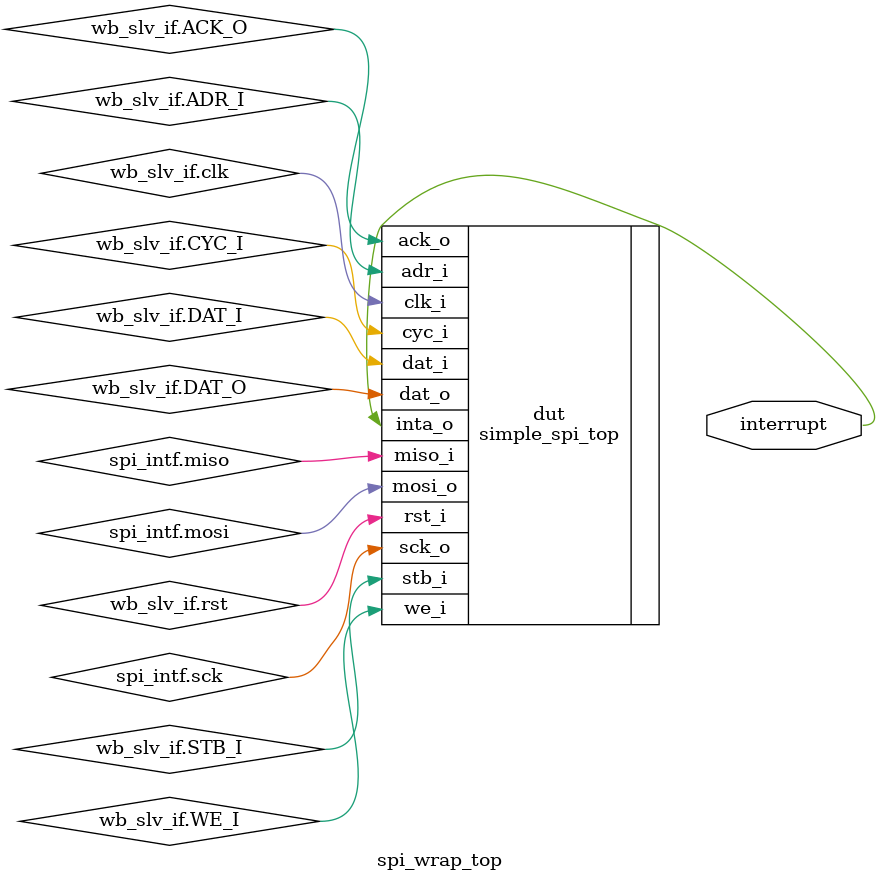
<source format=sv>
`ifndef SPI_TOP_WRAP
 `define SPI_TOP_WRAP

module spi_wrap_top(wb_slave_if wb_slv_if, spi_if  spi_intf, output bit interrupt);

   simple_spi_top dut(

		      .clk_i(wb_slv_if.clk),       
		      .rst_i(wb_slv_if.rst),       
		      .cyc_i(wb_slv_if.CYC_I),       
		      .stb_i(wb_slv_if.STB_I),       
		      .adr_i(wb_slv_if.ADR_I),       
		      .we_i(wb_slv_if.WE_I),        
		      .dat_i(wb_slv_if.DAT_I),       
		      .dat_o(wb_slv_if.DAT_O),       
		      .ack_o(wb_slv_if.ACK_O),       
		      .inta_o(interrupt),      
      
		      // SPI port
		      .sck_o(spi_intf.sck),       
		      .mosi_o(spi_intf.mosi),      
		      .miso_i(spi_intf.miso)       

		      );

endmodule
`endif

</source>
